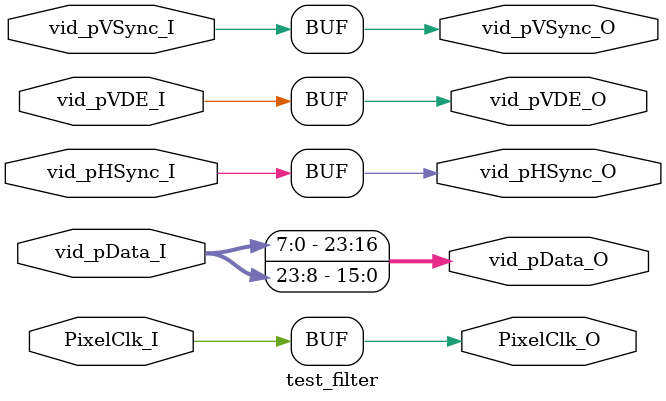
<source format=v>
`timescale 1ns / 1ps


module test_filter(
    vid_pData_I,
    vid_pHSync_I,
    vid_pVSync_I,
    vid_pVDE_I,
    PixelClk_I,
    vid_pData_O,
    vid_pHSync_O,
    vid_pVSync_O,
    vid_pVDE_O,
    PixelClk_O
    );
    input [23:0] vid_pData_I;
    input vid_pHSync_I;
    input vid_pVSync_I;
    input vid_pVDE_I;
    input PixelClk_I;
    output [23:0] vid_pData_O;
    output vid_pHSync_O;
    output vid_pVSync_O;
    output vid_pVDE_O;
    output PixelClk_O;

    assign vid_pData_O[23:16] = vid_pData_I[7:0];
    assign vid_pData_O[15:8] = vid_pData_I[23:16];
    assign vid_pData_O[7:0] = vid_pData_I[15:8];
    assign vid_pVSync_O = vid_pVSync_I;
    assign vid_pHSync_O = vid_pHSync_I;
    assign vid_pVDE_O = vid_pVDE_I;
    assign PixelClk_O = PixelClk_I;
endmodule

</source>
